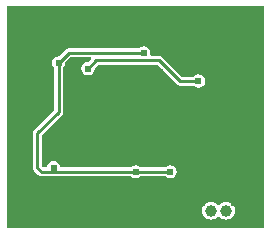
<source format=gbl>
G04*
G04 #@! TF.GenerationSoftware,Altium Limited,Altium Designer,21.0.9 (235)*
G04*
G04 Layer_Physical_Order=4*
G04 Layer_Color=16711680*
%FSLAX24Y24*%
%MOIN*%
G70*
G04*
G04 #@! TF.SameCoordinates,9F109CE5-1B50-443C-8C94-492633F8223E*
G04*
G04*
G04 #@! TF.FilePolarity,Positive*
G04*
G01*
G75*
%ADD11C,0.0098*%
%ADD39C,0.0394*%
%ADD40C,0.0240*%
G36*
X4690Y-3706D02*
X-3903D01*
Y3706D01*
X4690D01*
Y-3706D01*
D02*
G37*
%LPC*%
G36*
X659Y2370D02*
X574Y2353D01*
X501Y2304D01*
X497Y2298D01*
X-1841D01*
X-1899Y2286D01*
X-1948Y2253D01*
X-1948Y2253D01*
X-2168Y2034D01*
X-2175Y2035D01*
X-2261Y2018D01*
X-2334Y1970D01*
X-2382Y1897D01*
X-2400Y1811D01*
X-2382Y1725D01*
X-2334Y1652D01*
X-2327Y1648D01*
Y238D01*
X-2984Y-419D01*
X-3017Y-469D01*
X-3029Y-527D01*
Y-1683D01*
X-3017Y-1741D01*
X-2984Y-1791D01*
X-2847Y-1928D01*
X-2847Y-1928D01*
X-2797Y-1961D01*
X-2739Y-1973D01*
X-2739Y-1973D01*
X241D01*
X245Y-1979D01*
X318Y-2028D01*
X404Y-2045D01*
X489Y-2028D01*
X562Y-1979D01*
X566Y-1973D01*
X1382D01*
X1387Y-1979D01*
X1459Y-2028D01*
X1545Y-2045D01*
X1631Y-2028D01*
X1704Y-1979D01*
X1753Y-1907D01*
X1770Y-1821D01*
X1753Y-1735D01*
X1704Y-1662D01*
X1631Y-1614D01*
X1545Y-1597D01*
X1459Y-1614D01*
X1387Y-1662D01*
X1382Y-1669D01*
X566D01*
X562Y-1662D01*
X489Y-1614D01*
X404Y-1597D01*
X318Y-1614D01*
X245Y-1662D01*
X241Y-1669D01*
X-2115D01*
X-2130Y-1597D01*
X-2178Y-1524D01*
X-2251Y-1476D01*
X-2337Y-1459D01*
X-2423Y-1476D01*
X-2495Y-1524D01*
X-2544Y-1597D01*
X-2558Y-1669D01*
X-2676D01*
X-2725Y-1620D01*
Y-590D01*
X-2068Y67D01*
X-2068Y67D01*
X-2035Y117D01*
X-2023Y175D01*
Y1648D01*
X-2017Y1652D01*
X-1968Y1725D01*
X-1951Y1811D01*
X-1952Y1819D01*
X-1778Y1994D01*
X-1097D01*
X-1078Y1947D01*
X-1183Y1842D01*
X-1191Y1843D01*
X-1277Y1826D01*
X-1350Y1778D01*
X-1398Y1705D01*
X-1415Y1619D01*
X-1398Y1533D01*
X-1350Y1460D01*
X-1277Y1412D01*
X-1191Y1395D01*
X-1105Y1412D01*
X-1032Y1460D01*
X-984Y1533D01*
X-967Y1619D01*
X-968Y1627D01*
X-847Y1748D01*
X1117D01*
X1772Y1093D01*
X1772Y1093D01*
X1821Y1060D01*
X1879Y1049D01*
X1879Y1049D01*
X2323D01*
X2327Y1042D01*
X2400Y994D01*
X2486Y976D01*
X2572Y994D01*
X2645Y1042D01*
X2693Y1115D01*
X2710Y1201D01*
X2693Y1287D01*
X2645Y1359D01*
X2572Y1408D01*
X2486Y1425D01*
X2400Y1408D01*
X2327Y1359D01*
X2323Y1353D01*
X1942D01*
X1288Y2008D01*
X1238Y2041D01*
X1180Y2052D01*
X916D01*
X875Y2102D01*
X884Y2146D01*
X867Y2232D01*
X818Y2304D01*
X745Y2353D01*
X659Y2370D01*
D02*
G37*
G36*
X3406Y-2822D02*
X3328Y-2832D01*
X3256Y-2862D01*
X3194Y-2910D01*
X3181Y-2927D01*
X3131D01*
X3117Y-2910D01*
X3055Y-2862D01*
X2983Y-2832D01*
X2906Y-2822D01*
X2828Y-2832D01*
X2756Y-2862D01*
X2694Y-2910D01*
X2646Y-2972D01*
X2616Y-3044D01*
X2606Y-3122D01*
X2616Y-3199D01*
X2646Y-3271D01*
X2694Y-3333D01*
X2756Y-3381D01*
X2828Y-3411D01*
X2906Y-3421D01*
X2983Y-3411D01*
X3055Y-3381D01*
X3117Y-3333D01*
X3131Y-3316D01*
X3181D01*
X3194Y-3333D01*
X3256Y-3381D01*
X3328Y-3411D01*
X3406Y-3421D01*
X3483Y-3411D01*
X3555Y-3381D01*
X3617Y-3333D01*
X3665Y-3271D01*
X3695Y-3199D01*
X3705Y-3122D01*
X3695Y-3044D01*
X3665Y-2972D01*
X3617Y-2910D01*
X3555Y-2862D01*
X3483Y-2832D01*
X3406Y-2822D01*
D02*
G37*
%LPD*%
D11*
X-910Y1900D02*
X1180D01*
X1879Y1201D01*
X2486D01*
X404Y-1821D02*
X404Y-1821D01*
X-2739Y-1821D02*
X404D01*
X-2877Y-1683D02*
X-2739Y-1821D01*
X-2175Y175D02*
Y1811D01*
X-2877Y-527D02*
X-2175Y175D01*
X-2877Y-1683D02*
Y-527D01*
X404Y-1821D02*
X1545D01*
X-1841Y2146D02*
X659D01*
X-2175Y1811D02*
X-1841Y2146D01*
X-1191Y1619D02*
X-910Y1900D01*
D39*
X2906Y-3122D02*
D03*
X3406D02*
D03*
D40*
X2593Y-2850D02*
D03*
Y-1900D02*
D03*
X3682D02*
D03*
X1949Y1841D02*
D03*
X3490Y-3590D02*
D03*
X2472D02*
D03*
X2825Y-797D02*
D03*
X3570Y3590D02*
D03*
X757D02*
D03*
Y2953D02*
D03*
X1390Y3020D02*
D03*
X2710Y2210D02*
D03*
X2700Y1550D02*
D03*
X2486Y1201D02*
D03*
X2590Y700D02*
D03*
X2569Y-39D02*
D03*
X4566Y-79D02*
D03*
X4566Y679D02*
D03*
X2910Y1050D02*
D03*
X4570Y-3590D02*
D03*
Y-2590D02*
D03*
Y-1590D02*
D03*
X2472D02*
D03*
X3682Y-2850D02*
D03*
X3490Y-590D02*
D03*
X4570D02*
D03*
X2570Y3590D02*
D03*
X4570D02*
D03*
X1570D02*
D03*
X4570Y2590D02*
D03*
X3570D02*
D03*
X4570Y1590D02*
D03*
X3570D02*
D03*
X3566Y679D02*
D03*
X3566Y-79D02*
D03*
X709Y-709D02*
D03*
X236D02*
D03*
X-236D02*
D03*
X-709D02*
D03*
X709Y-236D02*
D03*
X236D02*
D03*
X-236D02*
D03*
X-709D02*
D03*
X709Y236D02*
D03*
X236D02*
D03*
X-236D02*
D03*
X-709D02*
D03*
X709Y709D02*
D03*
X236D02*
D03*
X-236D02*
D03*
X-709D02*
D03*
X-2002Y-1330D02*
D03*
X-3790D02*
D03*
X1417Y-1378D02*
D03*
X1211Y-2550D02*
D03*
X404Y-2244D02*
D03*
X1545Y-1821D02*
D03*
X404Y-1821D02*
D03*
X-709Y1457D02*
D03*
X-2175Y1811D02*
D03*
X1201Y1496D02*
D03*
X659Y2146D02*
D03*
X-3062Y-157D02*
D03*
X-2337Y-1683D02*
D03*
X-3790Y-3590D02*
D03*
Y-2470D02*
D03*
Y984D02*
D03*
Y2362D02*
D03*
Y3590D02*
D03*
X-2559D02*
D03*
X-1575D02*
D03*
X-719D02*
D03*
X-2559Y2362D02*
D03*
X-2913Y1467D02*
D03*
X-2835Y1033D02*
D03*
X-2619Y394D02*
D03*
X-3790Y-60D02*
D03*
X-2500Y-3590D02*
D03*
X-2503Y-2559D02*
D03*
X-1912D02*
D03*
X-1970Y-3590D02*
D03*
X-1020D02*
D03*
X-1516Y-2864D02*
D03*
X-1043D02*
D03*
X148Y-2559D02*
D03*
X260Y-3590D02*
D03*
X1350D02*
D03*
X1496Y-2234D02*
D03*
X295Y2904D02*
D03*
X-740Y2710D02*
D03*
X-1191Y1619D02*
D03*
M02*

</source>
